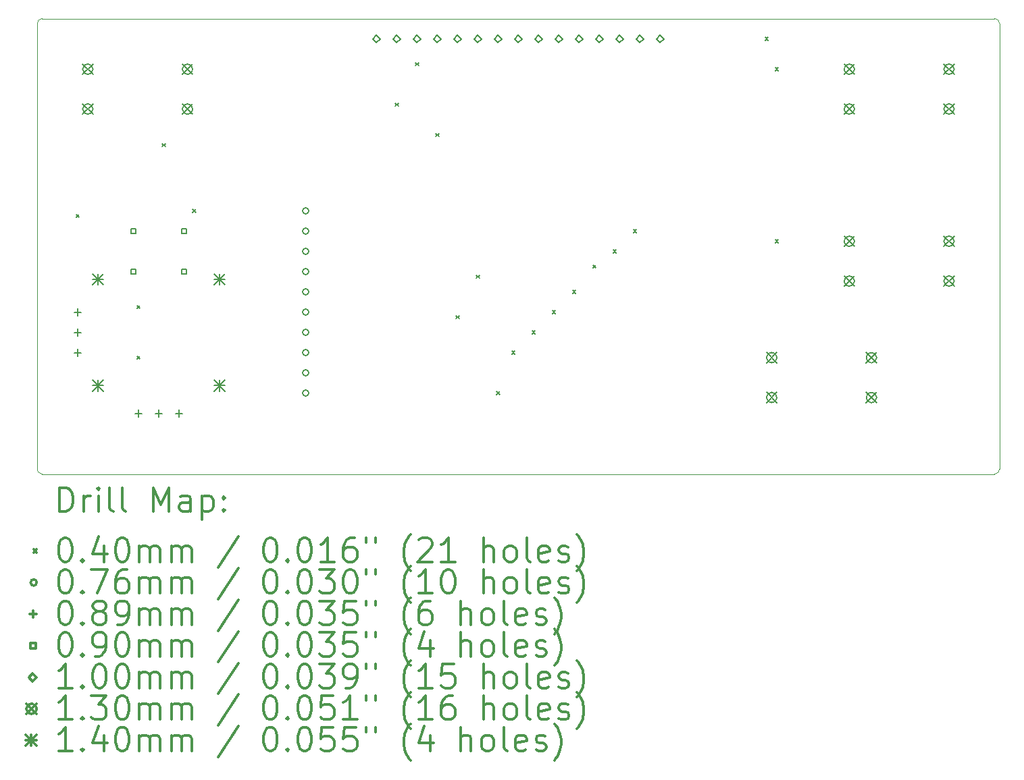
<source format=gbr>
%FSLAX45Y45*%
G04 Gerber Fmt 4.5, Leading zero omitted, Abs format (unit mm)*
G04 Created by KiCad (PCBNEW (5.1.9)-1) date 2022-04-18 12:46:46*
%MOMM*%
%LPD*%
G01*
G04 APERTURE LIST*
%TA.AperFunction,Profile*%
%ADD10C,0.100000*%
%TD*%
%ADD11C,0.200000*%
%ADD12C,0.300000*%
G04 APERTURE END LIST*
D10*
X13398500Y-2222500D02*
G75*
G02*
X13462000Y-2286000I0J-63500D01*
G01*
X13462000Y-7874000D02*
G75*
G02*
X13398500Y-7937500I-63500J0D01*
G01*
X1460500Y-7937500D02*
G75*
G02*
X1397000Y-7874000I0J63500D01*
G01*
X1397000Y-2286000D02*
G75*
G02*
X1460500Y-2222500I63500J0D01*
G01*
X13462000Y-2286000D02*
X13462000Y-7874000D01*
X1460500Y-2222500D02*
X13398500Y-2222500D01*
X1397000Y-7874000D02*
X1397000Y-2286000D01*
X13398500Y-7937500D02*
X1460500Y-7937500D01*
D11*
X1885000Y-4679000D02*
X1925000Y-4719000D01*
X1925000Y-4679000D02*
X1885000Y-4719000D01*
X2647000Y-5822000D02*
X2687000Y-5862000D01*
X2687000Y-5822000D02*
X2647000Y-5862000D01*
X2647000Y-6457000D02*
X2687000Y-6497000D01*
X2687000Y-6457000D02*
X2647000Y-6497000D01*
X2964500Y-3790000D02*
X3004500Y-3830000D01*
X3004500Y-3790000D02*
X2964500Y-3830000D01*
X3345500Y-4615500D02*
X3385500Y-4655500D01*
X3385500Y-4615500D02*
X3345500Y-4655500D01*
X5885500Y-3282000D02*
X5925500Y-3322000D01*
X5925500Y-3282000D02*
X5885500Y-3322000D01*
X6139500Y-2774000D02*
X6179500Y-2814000D01*
X6179500Y-2774000D02*
X6139500Y-2814000D01*
X6393500Y-3663000D02*
X6433500Y-3703000D01*
X6433500Y-3663000D02*
X6393500Y-3703000D01*
X6647500Y-5949000D02*
X6687500Y-5989000D01*
X6687500Y-5949000D02*
X6647500Y-5989000D01*
X6901500Y-5441000D02*
X6941500Y-5481000D01*
X6941500Y-5441000D02*
X6901500Y-5481000D01*
X7155500Y-6901500D02*
X7195500Y-6941500D01*
X7195500Y-6901500D02*
X7155500Y-6941500D01*
X7346000Y-6393500D02*
X7386000Y-6433500D01*
X7386000Y-6393500D02*
X7346000Y-6433500D01*
X7600000Y-6139500D02*
X7640000Y-6179500D01*
X7640000Y-6139500D02*
X7600000Y-6179500D01*
X7854000Y-5885500D02*
X7894000Y-5925500D01*
X7894000Y-5885500D02*
X7854000Y-5925500D01*
X8108000Y-5631500D02*
X8148000Y-5671500D01*
X8148000Y-5631500D02*
X8108000Y-5671500D01*
X8362000Y-5314000D02*
X8402000Y-5354000D01*
X8402000Y-5314000D02*
X8362000Y-5354000D01*
X8616000Y-5123500D02*
X8656000Y-5163500D01*
X8656000Y-5123500D02*
X8616000Y-5163500D01*
X8870000Y-4869500D02*
X8910000Y-4909500D01*
X8910000Y-4869500D02*
X8870000Y-4909500D01*
X10521000Y-2456500D02*
X10561000Y-2496500D01*
X10561000Y-2456500D02*
X10521000Y-2496500D01*
X10648000Y-2837500D02*
X10688000Y-2877500D01*
X10688000Y-2837500D02*
X10648000Y-2877500D01*
X10648000Y-4996500D02*
X10688000Y-5036500D01*
X10688000Y-4996500D02*
X10648000Y-5036500D01*
X4800600Y-4635500D02*
G75*
G03*
X4800600Y-4635500I-38100J0D01*
G01*
X4800600Y-4889500D02*
G75*
G03*
X4800600Y-4889500I-38100J0D01*
G01*
X4800600Y-5143500D02*
G75*
G03*
X4800600Y-5143500I-38100J0D01*
G01*
X4800600Y-5397500D02*
G75*
G03*
X4800600Y-5397500I-38100J0D01*
G01*
X4800600Y-5651500D02*
G75*
G03*
X4800600Y-5651500I-38100J0D01*
G01*
X4800600Y-5905500D02*
G75*
G03*
X4800600Y-5905500I-38100J0D01*
G01*
X4800600Y-6159500D02*
G75*
G03*
X4800600Y-6159500I-38100J0D01*
G01*
X4800600Y-6413500D02*
G75*
G03*
X4800600Y-6413500I-38100J0D01*
G01*
X4800600Y-6667500D02*
G75*
G03*
X4800600Y-6667500I-38100J0D01*
G01*
X4800600Y-6921500D02*
G75*
G03*
X4800600Y-6921500I-38100J0D01*
G01*
X1905000Y-5861050D02*
X1905000Y-5949950D01*
X1860550Y-5905500D02*
X1949450Y-5905500D01*
X1905000Y-6115050D02*
X1905000Y-6203950D01*
X1860550Y-6159500D02*
X1949450Y-6159500D01*
X1905000Y-6369050D02*
X1905000Y-6457950D01*
X1860550Y-6413500D02*
X1949450Y-6413500D01*
X2667000Y-7131050D02*
X2667000Y-7219950D01*
X2622550Y-7175500D02*
X2711450Y-7175500D01*
X2921000Y-7131050D02*
X2921000Y-7219950D01*
X2876550Y-7175500D02*
X2965450Y-7175500D01*
X3175000Y-7131050D02*
X3175000Y-7219950D01*
X3130550Y-7175500D02*
X3219450Y-7175500D01*
X2635320Y-4921320D02*
X2635320Y-4857680D01*
X2571680Y-4857680D01*
X2571680Y-4921320D01*
X2635320Y-4921320D01*
X2635320Y-5429320D02*
X2635320Y-5365680D01*
X2571680Y-5365680D01*
X2571680Y-5429320D01*
X2635320Y-5429320D01*
X3270320Y-4921320D02*
X3270320Y-4857680D01*
X3206680Y-4857680D01*
X3206680Y-4921320D01*
X3270320Y-4921320D01*
X3270320Y-5429320D02*
X3270320Y-5365680D01*
X3206680Y-5365680D01*
X3206680Y-5429320D01*
X3270320Y-5429320D01*
X5651500Y-2526500D02*
X5701500Y-2476500D01*
X5651500Y-2426500D01*
X5601500Y-2476500D01*
X5651500Y-2526500D01*
X5905500Y-2526500D02*
X5955500Y-2476500D01*
X5905500Y-2426500D01*
X5855500Y-2476500D01*
X5905500Y-2526500D01*
X6159500Y-2526500D02*
X6209500Y-2476500D01*
X6159500Y-2426500D01*
X6109500Y-2476500D01*
X6159500Y-2526500D01*
X6413500Y-2526500D02*
X6463500Y-2476500D01*
X6413500Y-2426500D01*
X6363500Y-2476500D01*
X6413500Y-2526500D01*
X6667500Y-2526500D02*
X6717500Y-2476500D01*
X6667500Y-2426500D01*
X6617500Y-2476500D01*
X6667500Y-2526500D01*
X6921500Y-2526500D02*
X6971500Y-2476500D01*
X6921500Y-2426500D01*
X6871500Y-2476500D01*
X6921500Y-2526500D01*
X7175500Y-2526500D02*
X7225500Y-2476500D01*
X7175500Y-2426500D01*
X7125500Y-2476500D01*
X7175500Y-2526500D01*
X7429500Y-2526500D02*
X7479500Y-2476500D01*
X7429500Y-2426500D01*
X7379500Y-2476500D01*
X7429500Y-2526500D01*
X7683500Y-2526500D02*
X7733500Y-2476500D01*
X7683500Y-2426500D01*
X7633500Y-2476500D01*
X7683500Y-2526500D01*
X7937500Y-2526500D02*
X7987500Y-2476500D01*
X7937500Y-2426500D01*
X7887500Y-2476500D01*
X7937500Y-2526500D01*
X8191500Y-2526500D02*
X8241500Y-2476500D01*
X8191500Y-2426500D01*
X8141500Y-2476500D01*
X8191500Y-2526500D01*
X8445500Y-2526500D02*
X8495500Y-2476500D01*
X8445500Y-2426500D01*
X8395500Y-2476500D01*
X8445500Y-2526500D01*
X8699500Y-2526500D02*
X8749500Y-2476500D01*
X8699500Y-2426500D01*
X8649500Y-2476500D01*
X8699500Y-2526500D01*
X8953500Y-2526500D02*
X9003500Y-2476500D01*
X8953500Y-2426500D01*
X8903500Y-2476500D01*
X8953500Y-2526500D01*
X9207500Y-2526500D02*
X9257500Y-2476500D01*
X9207500Y-2426500D01*
X9157500Y-2476500D01*
X9207500Y-2526500D01*
X1967000Y-2792500D02*
X2097000Y-2922500D01*
X2097000Y-2792500D02*
X1967000Y-2922500D01*
X2097000Y-2857500D02*
G75*
G03*
X2097000Y-2857500I-65000J0D01*
G01*
X1967000Y-3292500D02*
X2097000Y-3422500D01*
X2097000Y-3292500D02*
X1967000Y-3422500D01*
X2097000Y-3357500D02*
G75*
G03*
X2097000Y-3357500I-65000J0D01*
G01*
X3217000Y-2792500D02*
X3347000Y-2922500D01*
X3347000Y-2792500D02*
X3217000Y-2922500D01*
X3347000Y-2857500D02*
G75*
G03*
X3347000Y-2857500I-65000J0D01*
G01*
X3217000Y-3292500D02*
X3347000Y-3422500D01*
X3347000Y-3292500D02*
X3217000Y-3422500D01*
X3347000Y-3357500D02*
G75*
G03*
X3347000Y-3357500I-65000J0D01*
G01*
X10539500Y-6412000D02*
X10669500Y-6542000D01*
X10669500Y-6412000D02*
X10539500Y-6542000D01*
X10669500Y-6477000D02*
G75*
G03*
X10669500Y-6477000I-65000J0D01*
G01*
X10539500Y-6912000D02*
X10669500Y-7042000D01*
X10669500Y-6912000D02*
X10539500Y-7042000D01*
X10669500Y-6977000D02*
G75*
G03*
X10669500Y-6977000I-65000J0D01*
G01*
X11512000Y-2792500D02*
X11642000Y-2922500D01*
X11642000Y-2792500D02*
X11512000Y-2922500D01*
X11642000Y-2857500D02*
G75*
G03*
X11642000Y-2857500I-65000J0D01*
G01*
X11512000Y-3292500D02*
X11642000Y-3422500D01*
X11642000Y-3292500D02*
X11512000Y-3422500D01*
X11642000Y-3357500D02*
G75*
G03*
X11642000Y-3357500I-65000J0D01*
G01*
X11512000Y-4951500D02*
X11642000Y-5081500D01*
X11642000Y-4951500D02*
X11512000Y-5081500D01*
X11642000Y-5016500D02*
G75*
G03*
X11642000Y-5016500I-65000J0D01*
G01*
X11512000Y-5451500D02*
X11642000Y-5581500D01*
X11642000Y-5451500D02*
X11512000Y-5581500D01*
X11642000Y-5516500D02*
G75*
G03*
X11642000Y-5516500I-65000J0D01*
G01*
X11789500Y-6412000D02*
X11919500Y-6542000D01*
X11919500Y-6412000D02*
X11789500Y-6542000D01*
X11919500Y-6477000D02*
G75*
G03*
X11919500Y-6477000I-65000J0D01*
G01*
X11789500Y-6912000D02*
X11919500Y-7042000D01*
X11919500Y-6912000D02*
X11789500Y-7042000D01*
X11919500Y-6977000D02*
G75*
G03*
X11919500Y-6977000I-65000J0D01*
G01*
X12762000Y-2792500D02*
X12892000Y-2922500D01*
X12892000Y-2792500D02*
X12762000Y-2922500D01*
X12892000Y-2857500D02*
G75*
G03*
X12892000Y-2857500I-65000J0D01*
G01*
X12762000Y-3292500D02*
X12892000Y-3422500D01*
X12892000Y-3292500D02*
X12762000Y-3422500D01*
X12892000Y-3357500D02*
G75*
G03*
X12892000Y-3357500I-65000J0D01*
G01*
X12762000Y-4951500D02*
X12892000Y-5081500D01*
X12892000Y-4951500D02*
X12762000Y-5081500D01*
X12892000Y-5016500D02*
G75*
G03*
X12892000Y-5016500I-65000J0D01*
G01*
X12762000Y-5451500D02*
X12892000Y-5581500D01*
X12892000Y-5451500D02*
X12762000Y-5581500D01*
X12892000Y-5516500D02*
G75*
G03*
X12892000Y-5516500I-65000J0D01*
G01*
X2089150Y-5422900D02*
X2228850Y-5562600D01*
X2228850Y-5422900D02*
X2089150Y-5562600D01*
X2159000Y-5422900D02*
X2159000Y-5562600D01*
X2089150Y-5492750D02*
X2228850Y-5492750D01*
X2089150Y-6756400D02*
X2228850Y-6896100D01*
X2228850Y-6756400D02*
X2089150Y-6896100D01*
X2159000Y-6756400D02*
X2159000Y-6896100D01*
X2089150Y-6826250D02*
X2228850Y-6826250D01*
X3613150Y-5422900D02*
X3752850Y-5562600D01*
X3752850Y-5422900D02*
X3613150Y-5562600D01*
X3683000Y-5422900D02*
X3683000Y-5562600D01*
X3613150Y-5492750D02*
X3752850Y-5492750D01*
X3613150Y-6756400D02*
X3752850Y-6896100D01*
X3752850Y-6756400D02*
X3613150Y-6896100D01*
X3683000Y-6756400D02*
X3683000Y-6896100D01*
X3613150Y-6826250D02*
X3752850Y-6826250D01*
D12*
X1678428Y-8408214D02*
X1678428Y-8108214D01*
X1749857Y-8108214D01*
X1792714Y-8122500D01*
X1821286Y-8151071D01*
X1835571Y-8179643D01*
X1849857Y-8236786D01*
X1849857Y-8279643D01*
X1835571Y-8336786D01*
X1821286Y-8365357D01*
X1792714Y-8393929D01*
X1749857Y-8408214D01*
X1678428Y-8408214D01*
X1978428Y-8408214D02*
X1978428Y-8208214D01*
X1978428Y-8265357D02*
X1992714Y-8236786D01*
X2007000Y-8222500D01*
X2035571Y-8208214D01*
X2064143Y-8208214D01*
X2164143Y-8408214D02*
X2164143Y-8208214D01*
X2164143Y-8108214D02*
X2149857Y-8122500D01*
X2164143Y-8136786D01*
X2178428Y-8122500D01*
X2164143Y-8108214D01*
X2164143Y-8136786D01*
X2349857Y-8408214D02*
X2321286Y-8393929D01*
X2307000Y-8365357D01*
X2307000Y-8108214D01*
X2507000Y-8408214D02*
X2478428Y-8393929D01*
X2464143Y-8365357D01*
X2464143Y-8108214D01*
X2849857Y-8408214D02*
X2849857Y-8108214D01*
X2949857Y-8322500D01*
X3049857Y-8108214D01*
X3049857Y-8408214D01*
X3321286Y-8408214D02*
X3321286Y-8251071D01*
X3307000Y-8222500D01*
X3278428Y-8208214D01*
X3221286Y-8208214D01*
X3192714Y-8222500D01*
X3321286Y-8393929D02*
X3292714Y-8408214D01*
X3221286Y-8408214D01*
X3192714Y-8393929D01*
X3178428Y-8365357D01*
X3178428Y-8336786D01*
X3192714Y-8308214D01*
X3221286Y-8293929D01*
X3292714Y-8293929D01*
X3321286Y-8279643D01*
X3464143Y-8208214D02*
X3464143Y-8508214D01*
X3464143Y-8222500D02*
X3492714Y-8208214D01*
X3549857Y-8208214D01*
X3578428Y-8222500D01*
X3592714Y-8236786D01*
X3607000Y-8265357D01*
X3607000Y-8351071D01*
X3592714Y-8379643D01*
X3578428Y-8393929D01*
X3549857Y-8408214D01*
X3492714Y-8408214D01*
X3464143Y-8393929D01*
X3735571Y-8379643D02*
X3749857Y-8393929D01*
X3735571Y-8408214D01*
X3721286Y-8393929D01*
X3735571Y-8379643D01*
X3735571Y-8408214D01*
X3735571Y-8222500D02*
X3749857Y-8236786D01*
X3735571Y-8251071D01*
X3721286Y-8236786D01*
X3735571Y-8222500D01*
X3735571Y-8251071D01*
X1352000Y-8882500D02*
X1392000Y-8922500D01*
X1392000Y-8882500D02*
X1352000Y-8922500D01*
X1735571Y-8738214D02*
X1764143Y-8738214D01*
X1792714Y-8752500D01*
X1807000Y-8766786D01*
X1821286Y-8795357D01*
X1835571Y-8852500D01*
X1835571Y-8923929D01*
X1821286Y-8981072D01*
X1807000Y-9009643D01*
X1792714Y-9023929D01*
X1764143Y-9038214D01*
X1735571Y-9038214D01*
X1707000Y-9023929D01*
X1692714Y-9009643D01*
X1678428Y-8981072D01*
X1664143Y-8923929D01*
X1664143Y-8852500D01*
X1678428Y-8795357D01*
X1692714Y-8766786D01*
X1707000Y-8752500D01*
X1735571Y-8738214D01*
X1964143Y-9009643D02*
X1978428Y-9023929D01*
X1964143Y-9038214D01*
X1949857Y-9023929D01*
X1964143Y-9009643D01*
X1964143Y-9038214D01*
X2235571Y-8838214D02*
X2235571Y-9038214D01*
X2164143Y-8723929D02*
X2092714Y-8938214D01*
X2278428Y-8938214D01*
X2449857Y-8738214D02*
X2478428Y-8738214D01*
X2507000Y-8752500D01*
X2521286Y-8766786D01*
X2535571Y-8795357D01*
X2549857Y-8852500D01*
X2549857Y-8923929D01*
X2535571Y-8981072D01*
X2521286Y-9009643D01*
X2507000Y-9023929D01*
X2478428Y-9038214D01*
X2449857Y-9038214D01*
X2421286Y-9023929D01*
X2407000Y-9009643D01*
X2392714Y-8981072D01*
X2378428Y-8923929D01*
X2378428Y-8852500D01*
X2392714Y-8795357D01*
X2407000Y-8766786D01*
X2421286Y-8752500D01*
X2449857Y-8738214D01*
X2678428Y-9038214D02*
X2678428Y-8838214D01*
X2678428Y-8866786D02*
X2692714Y-8852500D01*
X2721286Y-8838214D01*
X2764143Y-8838214D01*
X2792714Y-8852500D01*
X2807000Y-8881072D01*
X2807000Y-9038214D01*
X2807000Y-8881072D02*
X2821286Y-8852500D01*
X2849857Y-8838214D01*
X2892714Y-8838214D01*
X2921286Y-8852500D01*
X2935571Y-8881072D01*
X2935571Y-9038214D01*
X3078428Y-9038214D02*
X3078428Y-8838214D01*
X3078428Y-8866786D02*
X3092714Y-8852500D01*
X3121286Y-8838214D01*
X3164143Y-8838214D01*
X3192714Y-8852500D01*
X3207000Y-8881072D01*
X3207000Y-9038214D01*
X3207000Y-8881072D02*
X3221286Y-8852500D01*
X3249857Y-8838214D01*
X3292714Y-8838214D01*
X3321286Y-8852500D01*
X3335571Y-8881072D01*
X3335571Y-9038214D01*
X3921286Y-8723929D02*
X3664143Y-9109643D01*
X4307000Y-8738214D02*
X4335571Y-8738214D01*
X4364143Y-8752500D01*
X4378428Y-8766786D01*
X4392714Y-8795357D01*
X4407000Y-8852500D01*
X4407000Y-8923929D01*
X4392714Y-8981072D01*
X4378428Y-9009643D01*
X4364143Y-9023929D01*
X4335571Y-9038214D01*
X4307000Y-9038214D01*
X4278428Y-9023929D01*
X4264143Y-9009643D01*
X4249857Y-8981072D01*
X4235571Y-8923929D01*
X4235571Y-8852500D01*
X4249857Y-8795357D01*
X4264143Y-8766786D01*
X4278428Y-8752500D01*
X4307000Y-8738214D01*
X4535571Y-9009643D02*
X4549857Y-9023929D01*
X4535571Y-9038214D01*
X4521286Y-9023929D01*
X4535571Y-9009643D01*
X4535571Y-9038214D01*
X4735571Y-8738214D02*
X4764143Y-8738214D01*
X4792714Y-8752500D01*
X4807000Y-8766786D01*
X4821286Y-8795357D01*
X4835571Y-8852500D01*
X4835571Y-8923929D01*
X4821286Y-8981072D01*
X4807000Y-9009643D01*
X4792714Y-9023929D01*
X4764143Y-9038214D01*
X4735571Y-9038214D01*
X4707000Y-9023929D01*
X4692714Y-9009643D01*
X4678428Y-8981072D01*
X4664143Y-8923929D01*
X4664143Y-8852500D01*
X4678428Y-8795357D01*
X4692714Y-8766786D01*
X4707000Y-8752500D01*
X4735571Y-8738214D01*
X5121286Y-9038214D02*
X4949857Y-9038214D01*
X5035571Y-9038214D02*
X5035571Y-8738214D01*
X5007000Y-8781072D01*
X4978428Y-8809643D01*
X4949857Y-8823929D01*
X5378428Y-8738214D02*
X5321286Y-8738214D01*
X5292714Y-8752500D01*
X5278428Y-8766786D01*
X5249857Y-8809643D01*
X5235571Y-8866786D01*
X5235571Y-8981072D01*
X5249857Y-9009643D01*
X5264143Y-9023929D01*
X5292714Y-9038214D01*
X5349857Y-9038214D01*
X5378428Y-9023929D01*
X5392714Y-9009643D01*
X5407000Y-8981072D01*
X5407000Y-8909643D01*
X5392714Y-8881072D01*
X5378428Y-8866786D01*
X5349857Y-8852500D01*
X5292714Y-8852500D01*
X5264143Y-8866786D01*
X5249857Y-8881072D01*
X5235571Y-8909643D01*
X5521286Y-8738214D02*
X5521286Y-8795357D01*
X5635571Y-8738214D02*
X5635571Y-8795357D01*
X6078428Y-9152500D02*
X6064143Y-9138214D01*
X6035571Y-9095357D01*
X6021286Y-9066786D01*
X6007000Y-9023929D01*
X5992714Y-8952500D01*
X5992714Y-8895357D01*
X6007000Y-8823929D01*
X6021286Y-8781072D01*
X6035571Y-8752500D01*
X6064143Y-8709643D01*
X6078428Y-8695357D01*
X6178428Y-8766786D02*
X6192714Y-8752500D01*
X6221286Y-8738214D01*
X6292714Y-8738214D01*
X6321286Y-8752500D01*
X6335571Y-8766786D01*
X6349857Y-8795357D01*
X6349857Y-8823929D01*
X6335571Y-8866786D01*
X6164143Y-9038214D01*
X6349857Y-9038214D01*
X6635571Y-9038214D02*
X6464143Y-9038214D01*
X6549857Y-9038214D02*
X6549857Y-8738214D01*
X6521286Y-8781072D01*
X6492714Y-8809643D01*
X6464143Y-8823929D01*
X6992714Y-9038214D02*
X6992714Y-8738214D01*
X7121286Y-9038214D02*
X7121286Y-8881072D01*
X7107000Y-8852500D01*
X7078428Y-8838214D01*
X7035571Y-8838214D01*
X7007000Y-8852500D01*
X6992714Y-8866786D01*
X7307000Y-9038214D02*
X7278428Y-9023929D01*
X7264143Y-9009643D01*
X7249857Y-8981072D01*
X7249857Y-8895357D01*
X7264143Y-8866786D01*
X7278428Y-8852500D01*
X7307000Y-8838214D01*
X7349857Y-8838214D01*
X7378428Y-8852500D01*
X7392714Y-8866786D01*
X7407000Y-8895357D01*
X7407000Y-8981072D01*
X7392714Y-9009643D01*
X7378428Y-9023929D01*
X7349857Y-9038214D01*
X7307000Y-9038214D01*
X7578428Y-9038214D02*
X7549857Y-9023929D01*
X7535571Y-8995357D01*
X7535571Y-8738214D01*
X7807000Y-9023929D02*
X7778428Y-9038214D01*
X7721286Y-9038214D01*
X7692714Y-9023929D01*
X7678428Y-8995357D01*
X7678428Y-8881072D01*
X7692714Y-8852500D01*
X7721286Y-8838214D01*
X7778428Y-8838214D01*
X7807000Y-8852500D01*
X7821286Y-8881072D01*
X7821286Y-8909643D01*
X7678428Y-8938214D01*
X7935571Y-9023929D02*
X7964143Y-9038214D01*
X8021286Y-9038214D01*
X8049857Y-9023929D01*
X8064143Y-8995357D01*
X8064143Y-8981072D01*
X8049857Y-8952500D01*
X8021286Y-8938214D01*
X7978428Y-8938214D01*
X7949857Y-8923929D01*
X7935571Y-8895357D01*
X7935571Y-8881072D01*
X7949857Y-8852500D01*
X7978428Y-8838214D01*
X8021286Y-8838214D01*
X8049857Y-8852500D01*
X8164143Y-9152500D02*
X8178428Y-9138214D01*
X8207000Y-9095357D01*
X8221286Y-9066786D01*
X8235571Y-9023929D01*
X8249857Y-8952500D01*
X8249857Y-8895357D01*
X8235571Y-8823929D01*
X8221286Y-8781072D01*
X8207000Y-8752500D01*
X8178428Y-8709643D01*
X8164143Y-8695357D01*
X1392000Y-9298500D02*
G75*
G03*
X1392000Y-9298500I-38100J0D01*
G01*
X1735571Y-9134214D02*
X1764143Y-9134214D01*
X1792714Y-9148500D01*
X1807000Y-9162786D01*
X1821286Y-9191357D01*
X1835571Y-9248500D01*
X1835571Y-9319929D01*
X1821286Y-9377072D01*
X1807000Y-9405643D01*
X1792714Y-9419929D01*
X1764143Y-9434214D01*
X1735571Y-9434214D01*
X1707000Y-9419929D01*
X1692714Y-9405643D01*
X1678428Y-9377072D01*
X1664143Y-9319929D01*
X1664143Y-9248500D01*
X1678428Y-9191357D01*
X1692714Y-9162786D01*
X1707000Y-9148500D01*
X1735571Y-9134214D01*
X1964143Y-9405643D02*
X1978428Y-9419929D01*
X1964143Y-9434214D01*
X1949857Y-9419929D01*
X1964143Y-9405643D01*
X1964143Y-9434214D01*
X2078428Y-9134214D02*
X2278428Y-9134214D01*
X2149857Y-9434214D01*
X2521286Y-9134214D02*
X2464143Y-9134214D01*
X2435571Y-9148500D01*
X2421286Y-9162786D01*
X2392714Y-9205643D01*
X2378428Y-9262786D01*
X2378428Y-9377072D01*
X2392714Y-9405643D01*
X2407000Y-9419929D01*
X2435571Y-9434214D01*
X2492714Y-9434214D01*
X2521286Y-9419929D01*
X2535571Y-9405643D01*
X2549857Y-9377072D01*
X2549857Y-9305643D01*
X2535571Y-9277072D01*
X2521286Y-9262786D01*
X2492714Y-9248500D01*
X2435571Y-9248500D01*
X2407000Y-9262786D01*
X2392714Y-9277072D01*
X2378428Y-9305643D01*
X2678428Y-9434214D02*
X2678428Y-9234214D01*
X2678428Y-9262786D02*
X2692714Y-9248500D01*
X2721286Y-9234214D01*
X2764143Y-9234214D01*
X2792714Y-9248500D01*
X2807000Y-9277072D01*
X2807000Y-9434214D01*
X2807000Y-9277072D02*
X2821286Y-9248500D01*
X2849857Y-9234214D01*
X2892714Y-9234214D01*
X2921286Y-9248500D01*
X2935571Y-9277072D01*
X2935571Y-9434214D01*
X3078428Y-9434214D02*
X3078428Y-9234214D01*
X3078428Y-9262786D02*
X3092714Y-9248500D01*
X3121286Y-9234214D01*
X3164143Y-9234214D01*
X3192714Y-9248500D01*
X3207000Y-9277072D01*
X3207000Y-9434214D01*
X3207000Y-9277072D02*
X3221286Y-9248500D01*
X3249857Y-9234214D01*
X3292714Y-9234214D01*
X3321286Y-9248500D01*
X3335571Y-9277072D01*
X3335571Y-9434214D01*
X3921286Y-9119929D02*
X3664143Y-9505643D01*
X4307000Y-9134214D02*
X4335571Y-9134214D01*
X4364143Y-9148500D01*
X4378428Y-9162786D01*
X4392714Y-9191357D01*
X4407000Y-9248500D01*
X4407000Y-9319929D01*
X4392714Y-9377072D01*
X4378428Y-9405643D01*
X4364143Y-9419929D01*
X4335571Y-9434214D01*
X4307000Y-9434214D01*
X4278428Y-9419929D01*
X4264143Y-9405643D01*
X4249857Y-9377072D01*
X4235571Y-9319929D01*
X4235571Y-9248500D01*
X4249857Y-9191357D01*
X4264143Y-9162786D01*
X4278428Y-9148500D01*
X4307000Y-9134214D01*
X4535571Y-9405643D02*
X4549857Y-9419929D01*
X4535571Y-9434214D01*
X4521286Y-9419929D01*
X4535571Y-9405643D01*
X4535571Y-9434214D01*
X4735571Y-9134214D02*
X4764143Y-9134214D01*
X4792714Y-9148500D01*
X4807000Y-9162786D01*
X4821286Y-9191357D01*
X4835571Y-9248500D01*
X4835571Y-9319929D01*
X4821286Y-9377072D01*
X4807000Y-9405643D01*
X4792714Y-9419929D01*
X4764143Y-9434214D01*
X4735571Y-9434214D01*
X4707000Y-9419929D01*
X4692714Y-9405643D01*
X4678428Y-9377072D01*
X4664143Y-9319929D01*
X4664143Y-9248500D01*
X4678428Y-9191357D01*
X4692714Y-9162786D01*
X4707000Y-9148500D01*
X4735571Y-9134214D01*
X4935571Y-9134214D02*
X5121286Y-9134214D01*
X5021286Y-9248500D01*
X5064143Y-9248500D01*
X5092714Y-9262786D01*
X5107000Y-9277072D01*
X5121286Y-9305643D01*
X5121286Y-9377072D01*
X5107000Y-9405643D01*
X5092714Y-9419929D01*
X5064143Y-9434214D01*
X4978428Y-9434214D01*
X4949857Y-9419929D01*
X4935571Y-9405643D01*
X5307000Y-9134214D02*
X5335571Y-9134214D01*
X5364143Y-9148500D01*
X5378428Y-9162786D01*
X5392714Y-9191357D01*
X5407000Y-9248500D01*
X5407000Y-9319929D01*
X5392714Y-9377072D01*
X5378428Y-9405643D01*
X5364143Y-9419929D01*
X5335571Y-9434214D01*
X5307000Y-9434214D01*
X5278428Y-9419929D01*
X5264143Y-9405643D01*
X5249857Y-9377072D01*
X5235571Y-9319929D01*
X5235571Y-9248500D01*
X5249857Y-9191357D01*
X5264143Y-9162786D01*
X5278428Y-9148500D01*
X5307000Y-9134214D01*
X5521286Y-9134214D02*
X5521286Y-9191357D01*
X5635571Y-9134214D02*
X5635571Y-9191357D01*
X6078428Y-9548500D02*
X6064143Y-9534214D01*
X6035571Y-9491357D01*
X6021286Y-9462786D01*
X6007000Y-9419929D01*
X5992714Y-9348500D01*
X5992714Y-9291357D01*
X6007000Y-9219929D01*
X6021286Y-9177072D01*
X6035571Y-9148500D01*
X6064143Y-9105643D01*
X6078428Y-9091357D01*
X6349857Y-9434214D02*
X6178428Y-9434214D01*
X6264143Y-9434214D02*
X6264143Y-9134214D01*
X6235571Y-9177072D01*
X6207000Y-9205643D01*
X6178428Y-9219929D01*
X6535571Y-9134214D02*
X6564143Y-9134214D01*
X6592714Y-9148500D01*
X6607000Y-9162786D01*
X6621286Y-9191357D01*
X6635571Y-9248500D01*
X6635571Y-9319929D01*
X6621286Y-9377072D01*
X6607000Y-9405643D01*
X6592714Y-9419929D01*
X6564143Y-9434214D01*
X6535571Y-9434214D01*
X6507000Y-9419929D01*
X6492714Y-9405643D01*
X6478428Y-9377072D01*
X6464143Y-9319929D01*
X6464143Y-9248500D01*
X6478428Y-9191357D01*
X6492714Y-9162786D01*
X6507000Y-9148500D01*
X6535571Y-9134214D01*
X6992714Y-9434214D02*
X6992714Y-9134214D01*
X7121286Y-9434214D02*
X7121286Y-9277072D01*
X7107000Y-9248500D01*
X7078428Y-9234214D01*
X7035571Y-9234214D01*
X7007000Y-9248500D01*
X6992714Y-9262786D01*
X7307000Y-9434214D02*
X7278428Y-9419929D01*
X7264143Y-9405643D01*
X7249857Y-9377072D01*
X7249857Y-9291357D01*
X7264143Y-9262786D01*
X7278428Y-9248500D01*
X7307000Y-9234214D01*
X7349857Y-9234214D01*
X7378428Y-9248500D01*
X7392714Y-9262786D01*
X7407000Y-9291357D01*
X7407000Y-9377072D01*
X7392714Y-9405643D01*
X7378428Y-9419929D01*
X7349857Y-9434214D01*
X7307000Y-9434214D01*
X7578428Y-9434214D02*
X7549857Y-9419929D01*
X7535571Y-9391357D01*
X7535571Y-9134214D01*
X7807000Y-9419929D02*
X7778428Y-9434214D01*
X7721286Y-9434214D01*
X7692714Y-9419929D01*
X7678428Y-9391357D01*
X7678428Y-9277072D01*
X7692714Y-9248500D01*
X7721286Y-9234214D01*
X7778428Y-9234214D01*
X7807000Y-9248500D01*
X7821286Y-9277072D01*
X7821286Y-9305643D01*
X7678428Y-9334214D01*
X7935571Y-9419929D02*
X7964143Y-9434214D01*
X8021286Y-9434214D01*
X8049857Y-9419929D01*
X8064143Y-9391357D01*
X8064143Y-9377072D01*
X8049857Y-9348500D01*
X8021286Y-9334214D01*
X7978428Y-9334214D01*
X7949857Y-9319929D01*
X7935571Y-9291357D01*
X7935571Y-9277072D01*
X7949857Y-9248500D01*
X7978428Y-9234214D01*
X8021286Y-9234214D01*
X8049857Y-9248500D01*
X8164143Y-9548500D02*
X8178428Y-9534214D01*
X8207000Y-9491357D01*
X8221286Y-9462786D01*
X8235571Y-9419929D01*
X8249857Y-9348500D01*
X8249857Y-9291357D01*
X8235571Y-9219929D01*
X8221286Y-9177072D01*
X8207000Y-9148500D01*
X8178428Y-9105643D01*
X8164143Y-9091357D01*
X1347550Y-9650050D02*
X1347550Y-9738950D01*
X1303100Y-9694500D02*
X1392000Y-9694500D01*
X1735571Y-9530214D02*
X1764143Y-9530214D01*
X1792714Y-9544500D01*
X1807000Y-9558786D01*
X1821286Y-9587357D01*
X1835571Y-9644500D01*
X1835571Y-9715929D01*
X1821286Y-9773072D01*
X1807000Y-9801643D01*
X1792714Y-9815929D01*
X1764143Y-9830214D01*
X1735571Y-9830214D01*
X1707000Y-9815929D01*
X1692714Y-9801643D01*
X1678428Y-9773072D01*
X1664143Y-9715929D01*
X1664143Y-9644500D01*
X1678428Y-9587357D01*
X1692714Y-9558786D01*
X1707000Y-9544500D01*
X1735571Y-9530214D01*
X1964143Y-9801643D02*
X1978428Y-9815929D01*
X1964143Y-9830214D01*
X1949857Y-9815929D01*
X1964143Y-9801643D01*
X1964143Y-9830214D01*
X2149857Y-9658786D02*
X2121286Y-9644500D01*
X2107000Y-9630214D01*
X2092714Y-9601643D01*
X2092714Y-9587357D01*
X2107000Y-9558786D01*
X2121286Y-9544500D01*
X2149857Y-9530214D01*
X2207000Y-9530214D01*
X2235571Y-9544500D01*
X2249857Y-9558786D01*
X2264143Y-9587357D01*
X2264143Y-9601643D01*
X2249857Y-9630214D01*
X2235571Y-9644500D01*
X2207000Y-9658786D01*
X2149857Y-9658786D01*
X2121286Y-9673072D01*
X2107000Y-9687357D01*
X2092714Y-9715929D01*
X2092714Y-9773072D01*
X2107000Y-9801643D01*
X2121286Y-9815929D01*
X2149857Y-9830214D01*
X2207000Y-9830214D01*
X2235571Y-9815929D01*
X2249857Y-9801643D01*
X2264143Y-9773072D01*
X2264143Y-9715929D01*
X2249857Y-9687357D01*
X2235571Y-9673072D01*
X2207000Y-9658786D01*
X2407000Y-9830214D02*
X2464143Y-9830214D01*
X2492714Y-9815929D01*
X2507000Y-9801643D01*
X2535571Y-9758786D01*
X2549857Y-9701643D01*
X2549857Y-9587357D01*
X2535571Y-9558786D01*
X2521286Y-9544500D01*
X2492714Y-9530214D01*
X2435571Y-9530214D01*
X2407000Y-9544500D01*
X2392714Y-9558786D01*
X2378428Y-9587357D01*
X2378428Y-9658786D01*
X2392714Y-9687357D01*
X2407000Y-9701643D01*
X2435571Y-9715929D01*
X2492714Y-9715929D01*
X2521286Y-9701643D01*
X2535571Y-9687357D01*
X2549857Y-9658786D01*
X2678428Y-9830214D02*
X2678428Y-9630214D01*
X2678428Y-9658786D02*
X2692714Y-9644500D01*
X2721286Y-9630214D01*
X2764143Y-9630214D01*
X2792714Y-9644500D01*
X2807000Y-9673072D01*
X2807000Y-9830214D01*
X2807000Y-9673072D02*
X2821286Y-9644500D01*
X2849857Y-9630214D01*
X2892714Y-9630214D01*
X2921286Y-9644500D01*
X2935571Y-9673072D01*
X2935571Y-9830214D01*
X3078428Y-9830214D02*
X3078428Y-9630214D01*
X3078428Y-9658786D02*
X3092714Y-9644500D01*
X3121286Y-9630214D01*
X3164143Y-9630214D01*
X3192714Y-9644500D01*
X3207000Y-9673072D01*
X3207000Y-9830214D01*
X3207000Y-9673072D02*
X3221286Y-9644500D01*
X3249857Y-9630214D01*
X3292714Y-9630214D01*
X3321286Y-9644500D01*
X3335571Y-9673072D01*
X3335571Y-9830214D01*
X3921286Y-9515929D02*
X3664143Y-9901643D01*
X4307000Y-9530214D02*
X4335571Y-9530214D01*
X4364143Y-9544500D01*
X4378428Y-9558786D01*
X4392714Y-9587357D01*
X4407000Y-9644500D01*
X4407000Y-9715929D01*
X4392714Y-9773072D01*
X4378428Y-9801643D01*
X4364143Y-9815929D01*
X4335571Y-9830214D01*
X4307000Y-9830214D01*
X4278428Y-9815929D01*
X4264143Y-9801643D01*
X4249857Y-9773072D01*
X4235571Y-9715929D01*
X4235571Y-9644500D01*
X4249857Y-9587357D01*
X4264143Y-9558786D01*
X4278428Y-9544500D01*
X4307000Y-9530214D01*
X4535571Y-9801643D02*
X4549857Y-9815929D01*
X4535571Y-9830214D01*
X4521286Y-9815929D01*
X4535571Y-9801643D01*
X4535571Y-9830214D01*
X4735571Y-9530214D02*
X4764143Y-9530214D01*
X4792714Y-9544500D01*
X4807000Y-9558786D01*
X4821286Y-9587357D01*
X4835571Y-9644500D01*
X4835571Y-9715929D01*
X4821286Y-9773072D01*
X4807000Y-9801643D01*
X4792714Y-9815929D01*
X4764143Y-9830214D01*
X4735571Y-9830214D01*
X4707000Y-9815929D01*
X4692714Y-9801643D01*
X4678428Y-9773072D01*
X4664143Y-9715929D01*
X4664143Y-9644500D01*
X4678428Y-9587357D01*
X4692714Y-9558786D01*
X4707000Y-9544500D01*
X4735571Y-9530214D01*
X4935571Y-9530214D02*
X5121286Y-9530214D01*
X5021286Y-9644500D01*
X5064143Y-9644500D01*
X5092714Y-9658786D01*
X5107000Y-9673072D01*
X5121286Y-9701643D01*
X5121286Y-9773072D01*
X5107000Y-9801643D01*
X5092714Y-9815929D01*
X5064143Y-9830214D01*
X4978428Y-9830214D01*
X4949857Y-9815929D01*
X4935571Y-9801643D01*
X5392714Y-9530214D02*
X5249857Y-9530214D01*
X5235571Y-9673072D01*
X5249857Y-9658786D01*
X5278428Y-9644500D01*
X5349857Y-9644500D01*
X5378428Y-9658786D01*
X5392714Y-9673072D01*
X5407000Y-9701643D01*
X5407000Y-9773072D01*
X5392714Y-9801643D01*
X5378428Y-9815929D01*
X5349857Y-9830214D01*
X5278428Y-9830214D01*
X5249857Y-9815929D01*
X5235571Y-9801643D01*
X5521286Y-9530214D02*
X5521286Y-9587357D01*
X5635571Y-9530214D02*
X5635571Y-9587357D01*
X6078428Y-9944500D02*
X6064143Y-9930214D01*
X6035571Y-9887357D01*
X6021286Y-9858786D01*
X6007000Y-9815929D01*
X5992714Y-9744500D01*
X5992714Y-9687357D01*
X6007000Y-9615929D01*
X6021286Y-9573072D01*
X6035571Y-9544500D01*
X6064143Y-9501643D01*
X6078428Y-9487357D01*
X6321286Y-9530214D02*
X6264143Y-9530214D01*
X6235571Y-9544500D01*
X6221286Y-9558786D01*
X6192714Y-9601643D01*
X6178428Y-9658786D01*
X6178428Y-9773072D01*
X6192714Y-9801643D01*
X6207000Y-9815929D01*
X6235571Y-9830214D01*
X6292714Y-9830214D01*
X6321286Y-9815929D01*
X6335571Y-9801643D01*
X6349857Y-9773072D01*
X6349857Y-9701643D01*
X6335571Y-9673072D01*
X6321286Y-9658786D01*
X6292714Y-9644500D01*
X6235571Y-9644500D01*
X6207000Y-9658786D01*
X6192714Y-9673072D01*
X6178428Y-9701643D01*
X6707000Y-9830214D02*
X6707000Y-9530214D01*
X6835571Y-9830214D02*
X6835571Y-9673072D01*
X6821286Y-9644500D01*
X6792714Y-9630214D01*
X6749857Y-9630214D01*
X6721286Y-9644500D01*
X6707000Y-9658786D01*
X7021286Y-9830214D02*
X6992714Y-9815929D01*
X6978428Y-9801643D01*
X6964143Y-9773072D01*
X6964143Y-9687357D01*
X6978428Y-9658786D01*
X6992714Y-9644500D01*
X7021286Y-9630214D01*
X7064143Y-9630214D01*
X7092714Y-9644500D01*
X7107000Y-9658786D01*
X7121286Y-9687357D01*
X7121286Y-9773072D01*
X7107000Y-9801643D01*
X7092714Y-9815929D01*
X7064143Y-9830214D01*
X7021286Y-9830214D01*
X7292714Y-9830214D02*
X7264143Y-9815929D01*
X7249857Y-9787357D01*
X7249857Y-9530214D01*
X7521286Y-9815929D02*
X7492714Y-9830214D01*
X7435571Y-9830214D01*
X7407000Y-9815929D01*
X7392714Y-9787357D01*
X7392714Y-9673072D01*
X7407000Y-9644500D01*
X7435571Y-9630214D01*
X7492714Y-9630214D01*
X7521286Y-9644500D01*
X7535571Y-9673072D01*
X7535571Y-9701643D01*
X7392714Y-9730214D01*
X7649857Y-9815929D02*
X7678428Y-9830214D01*
X7735571Y-9830214D01*
X7764143Y-9815929D01*
X7778428Y-9787357D01*
X7778428Y-9773072D01*
X7764143Y-9744500D01*
X7735571Y-9730214D01*
X7692714Y-9730214D01*
X7664143Y-9715929D01*
X7649857Y-9687357D01*
X7649857Y-9673072D01*
X7664143Y-9644500D01*
X7692714Y-9630214D01*
X7735571Y-9630214D01*
X7764143Y-9644500D01*
X7878428Y-9944500D02*
X7892714Y-9930214D01*
X7921286Y-9887357D01*
X7935571Y-9858786D01*
X7949857Y-9815929D01*
X7964143Y-9744500D01*
X7964143Y-9687357D01*
X7949857Y-9615929D01*
X7935571Y-9573072D01*
X7921286Y-9544500D01*
X7892714Y-9501643D01*
X7878428Y-9487357D01*
X1378820Y-10122320D02*
X1378820Y-10058680D01*
X1315180Y-10058680D01*
X1315180Y-10122320D01*
X1378820Y-10122320D01*
X1735571Y-9926214D02*
X1764143Y-9926214D01*
X1792714Y-9940500D01*
X1807000Y-9954786D01*
X1821286Y-9983357D01*
X1835571Y-10040500D01*
X1835571Y-10111929D01*
X1821286Y-10169072D01*
X1807000Y-10197643D01*
X1792714Y-10211929D01*
X1764143Y-10226214D01*
X1735571Y-10226214D01*
X1707000Y-10211929D01*
X1692714Y-10197643D01*
X1678428Y-10169072D01*
X1664143Y-10111929D01*
X1664143Y-10040500D01*
X1678428Y-9983357D01*
X1692714Y-9954786D01*
X1707000Y-9940500D01*
X1735571Y-9926214D01*
X1964143Y-10197643D02*
X1978428Y-10211929D01*
X1964143Y-10226214D01*
X1949857Y-10211929D01*
X1964143Y-10197643D01*
X1964143Y-10226214D01*
X2121286Y-10226214D02*
X2178428Y-10226214D01*
X2207000Y-10211929D01*
X2221286Y-10197643D01*
X2249857Y-10154786D01*
X2264143Y-10097643D01*
X2264143Y-9983357D01*
X2249857Y-9954786D01*
X2235571Y-9940500D01*
X2207000Y-9926214D01*
X2149857Y-9926214D01*
X2121286Y-9940500D01*
X2107000Y-9954786D01*
X2092714Y-9983357D01*
X2092714Y-10054786D01*
X2107000Y-10083357D01*
X2121286Y-10097643D01*
X2149857Y-10111929D01*
X2207000Y-10111929D01*
X2235571Y-10097643D01*
X2249857Y-10083357D01*
X2264143Y-10054786D01*
X2449857Y-9926214D02*
X2478428Y-9926214D01*
X2507000Y-9940500D01*
X2521286Y-9954786D01*
X2535571Y-9983357D01*
X2549857Y-10040500D01*
X2549857Y-10111929D01*
X2535571Y-10169072D01*
X2521286Y-10197643D01*
X2507000Y-10211929D01*
X2478428Y-10226214D01*
X2449857Y-10226214D01*
X2421286Y-10211929D01*
X2407000Y-10197643D01*
X2392714Y-10169072D01*
X2378428Y-10111929D01*
X2378428Y-10040500D01*
X2392714Y-9983357D01*
X2407000Y-9954786D01*
X2421286Y-9940500D01*
X2449857Y-9926214D01*
X2678428Y-10226214D02*
X2678428Y-10026214D01*
X2678428Y-10054786D02*
X2692714Y-10040500D01*
X2721286Y-10026214D01*
X2764143Y-10026214D01*
X2792714Y-10040500D01*
X2807000Y-10069072D01*
X2807000Y-10226214D01*
X2807000Y-10069072D02*
X2821286Y-10040500D01*
X2849857Y-10026214D01*
X2892714Y-10026214D01*
X2921286Y-10040500D01*
X2935571Y-10069072D01*
X2935571Y-10226214D01*
X3078428Y-10226214D02*
X3078428Y-10026214D01*
X3078428Y-10054786D02*
X3092714Y-10040500D01*
X3121286Y-10026214D01*
X3164143Y-10026214D01*
X3192714Y-10040500D01*
X3207000Y-10069072D01*
X3207000Y-10226214D01*
X3207000Y-10069072D02*
X3221286Y-10040500D01*
X3249857Y-10026214D01*
X3292714Y-10026214D01*
X3321286Y-10040500D01*
X3335571Y-10069072D01*
X3335571Y-10226214D01*
X3921286Y-9911929D02*
X3664143Y-10297643D01*
X4307000Y-9926214D02*
X4335571Y-9926214D01*
X4364143Y-9940500D01*
X4378428Y-9954786D01*
X4392714Y-9983357D01*
X4407000Y-10040500D01*
X4407000Y-10111929D01*
X4392714Y-10169072D01*
X4378428Y-10197643D01*
X4364143Y-10211929D01*
X4335571Y-10226214D01*
X4307000Y-10226214D01*
X4278428Y-10211929D01*
X4264143Y-10197643D01*
X4249857Y-10169072D01*
X4235571Y-10111929D01*
X4235571Y-10040500D01*
X4249857Y-9983357D01*
X4264143Y-9954786D01*
X4278428Y-9940500D01*
X4307000Y-9926214D01*
X4535571Y-10197643D02*
X4549857Y-10211929D01*
X4535571Y-10226214D01*
X4521286Y-10211929D01*
X4535571Y-10197643D01*
X4535571Y-10226214D01*
X4735571Y-9926214D02*
X4764143Y-9926214D01*
X4792714Y-9940500D01*
X4807000Y-9954786D01*
X4821286Y-9983357D01*
X4835571Y-10040500D01*
X4835571Y-10111929D01*
X4821286Y-10169072D01*
X4807000Y-10197643D01*
X4792714Y-10211929D01*
X4764143Y-10226214D01*
X4735571Y-10226214D01*
X4707000Y-10211929D01*
X4692714Y-10197643D01*
X4678428Y-10169072D01*
X4664143Y-10111929D01*
X4664143Y-10040500D01*
X4678428Y-9983357D01*
X4692714Y-9954786D01*
X4707000Y-9940500D01*
X4735571Y-9926214D01*
X4935571Y-9926214D02*
X5121286Y-9926214D01*
X5021286Y-10040500D01*
X5064143Y-10040500D01*
X5092714Y-10054786D01*
X5107000Y-10069072D01*
X5121286Y-10097643D01*
X5121286Y-10169072D01*
X5107000Y-10197643D01*
X5092714Y-10211929D01*
X5064143Y-10226214D01*
X4978428Y-10226214D01*
X4949857Y-10211929D01*
X4935571Y-10197643D01*
X5392714Y-9926214D02*
X5249857Y-9926214D01*
X5235571Y-10069072D01*
X5249857Y-10054786D01*
X5278428Y-10040500D01*
X5349857Y-10040500D01*
X5378428Y-10054786D01*
X5392714Y-10069072D01*
X5407000Y-10097643D01*
X5407000Y-10169072D01*
X5392714Y-10197643D01*
X5378428Y-10211929D01*
X5349857Y-10226214D01*
X5278428Y-10226214D01*
X5249857Y-10211929D01*
X5235571Y-10197643D01*
X5521286Y-9926214D02*
X5521286Y-9983357D01*
X5635571Y-9926214D02*
X5635571Y-9983357D01*
X6078428Y-10340500D02*
X6064143Y-10326214D01*
X6035571Y-10283357D01*
X6021286Y-10254786D01*
X6007000Y-10211929D01*
X5992714Y-10140500D01*
X5992714Y-10083357D01*
X6007000Y-10011929D01*
X6021286Y-9969072D01*
X6035571Y-9940500D01*
X6064143Y-9897643D01*
X6078428Y-9883357D01*
X6321286Y-10026214D02*
X6321286Y-10226214D01*
X6249857Y-9911929D02*
X6178428Y-10126214D01*
X6364143Y-10126214D01*
X6707000Y-10226214D02*
X6707000Y-9926214D01*
X6835571Y-10226214D02*
X6835571Y-10069072D01*
X6821286Y-10040500D01*
X6792714Y-10026214D01*
X6749857Y-10026214D01*
X6721286Y-10040500D01*
X6707000Y-10054786D01*
X7021286Y-10226214D02*
X6992714Y-10211929D01*
X6978428Y-10197643D01*
X6964143Y-10169072D01*
X6964143Y-10083357D01*
X6978428Y-10054786D01*
X6992714Y-10040500D01*
X7021286Y-10026214D01*
X7064143Y-10026214D01*
X7092714Y-10040500D01*
X7107000Y-10054786D01*
X7121286Y-10083357D01*
X7121286Y-10169072D01*
X7107000Y-10197643D01*
X7092714Y-10211929D01*
X7064143Y-10226214D01*
X7021286Y-10226214D01*
X7292714Y-10226214D02*
X7264143Y-10211929D01*
X7249857Y-10183357D01*
X7249857Y-9926214D01*
X7521286Y-10211929D02*
X7492714Y-10226214D01*
X7435571Y-10226214D01*
X7407000Y-10211929D01*
X7392714Y-10183357D01*
X7392714Y-10069072D01*
X7407000Y-10040500D01*
X7435571Y-10026214D01*
X7492714Y-10026214D01*
X7521286Y-10040500D01*
X7535571Y-10069072D01*
X7535571Y-10097643D01*
X7392714Y-10126214D01*
X7649857Y-10211929D02*
X7678428Y-10226214D01*
X7735571Y-10226214D01*
X7764143Y-10211929D01*
X7778428Y-10183357D01*
X7778428Y-10169072D01*
X7764143Y-10140500D01*
X7735571Y-10126214D01*
X7692714Y-10126214D01*
X7664143Y-10111929D01*
X7649857Y-10083357D01*
X7649857Y-10069072D01*
X7664143Y-10040500D01*
X7692714Y-10026214D01*
X7735571Y-10026214D01*
X7764143Y-10040500D01*
X7878428Y-10340500D02*
X7892714Y-10326214D01*
X7921286Y-10283357D01*
X7935571Y-10254786D01*
X7949857Y-10211929D01*
X7964143Y-10140500D01*
X7964143Y-10083357D01*
X7949857Y-10011929D01*
X7935571Y-9969072D01*
X7921286Y-9940500D01*
X7892714Y-9897643D01*
X7878428Y-9883357D01*
X1342000Y-10536500D02*
X1392000Y-10486500D01*
X1342000Y-10436500D01*
X1292000Y-10486500D01*
X1342000Y-10536500D01*
X1835571Y-10622214D02*
X1664143Y-10622214D01*
X1749857Y-10622214D02*
X1749857Y-10322214D01*
X1721286Y-10365072D01*
X1692714Y-10393643D01*
X1664143Y-10407929D01*
X1964143Y-10593643D02*
X1978428Y-10607929D01*
X1964143Y-10622214D01*
X1949857Y-10607929D01*
X1964143Y-10593643D01*
X1964143Y-10622214D01*
X2164143Y-10322214D02*
X2192714Y-10322214D01*
X2221286Y-10336500D01*
X2235571Y-10350786D01*
X2249857Y-10379357D01*
X2264143Y-10436500D01*
X2264143Y-10507929D01*
X2249857Y-10565072D01*
X2235571Y-10593643D01*
X2221286Y-10607929D01*
X2192714Y-10622214D01*
X2164143Y-10622214D01*
X2135571Y-10607929D01*
X2121286Y-10593643D01*
X2107000Y-10565072D01*
X2092714Y-10507929D01*
X2092714Y-10436500D01*
X2107000Y-10379357D01*
X2121286Y-10350786D01*
X2135571Y-10336500D01*
X2164143Y-10322214D01*
X2449857Y-10322214D02*
X2478428Y-10322214D01*
X2507000Y-10336500D01*
X2521286Y-10350786D01*
X2535571Y-10379357D01*
X2549857Y-10436500D01*
X2549857Y-10507929D01*
X2535571Y-10565072D01*
X2521286Y-10593643D01*
X2507000Y-10607929D01*
X2478428Y-10622214D01*
X2449857Y-10622214D01*
X2421286Y-10607929D01*
X2407000Y-10593643D01*
X2392714Y-10565072D01*
X2378428Y-10507929D01*
X2378428Y-10436500D01*
X2392714Y-10379357D01*
X2407000Y-10350786D01*
X2421286Y-10336500D01*
X2449857Y-10322214D01*
X2678428Y-10622214D02*
X2678428Y-10422214D01*
X2678428Y-10450786D02*
X2692714Y-10436500D01*
X2721286Y-10422214D01*
X2764143Y-10422214D01*
X2792714Y-10436500D01*
X2807000Y-10465072D01*
X2807000Y-10622214D01*
X2807000Y-10465072D02*
X2821286Y-10436500D01*
X2849857Y-10422214D01*
X2892714Y-10422214D01*
X2921286Y-10436500D01*
X2935571Y-10465072D01*
X2935571Y-10622214D01*
X3078428Y-10622214D02*
X3078428Y-10422214D01*
X3078428Y-10450786D02*
X3092714Y-10436500D01*
X3121286Y-10422214D01*
X3164143Y-10422214D01*
X3192714Y-10436500D01*
X3207000Y-10465072D01*
X3207000Y-10622214D01*
X3207000Y-10465072D02*
X3221286Y-10436500D01*
X3249857Y-10422214D01*
X3292714Y-10422214D01*
X3321286Y-10436500D01*
X3335571Y-10465072D01*
X3335571Y-10622214D01*
X3921286Y-10307929D02*
X3664143Y-10693643D01*
X4307000Y-10322214D02*
X4335571Y-10322214D01*
X4364143Y-10336500D01*
X4378428Y-10350786D01*
X4392714Y-10379357D01*
X4407000Y-10436500D01*
X4407000Y-10507929D01*
X4392714Y-10565072D01*
X4378428Y-10593643D01*
X4364143Y-10607929D01*
X4335571Y-10622214D01*
X4307000Y-10622214D01*
X4278428Y-10607929D01*
X4264143Y-10593643D01*
X4249857Y-10565072D01*
X4235571Y-10507929D01*
X4235571Y-10436500D01*
X4249857Y-10379357D01*
X4264143Y-10350786D01*
X4278428Y-10336500D01*
X4307000Y-10322214D01*
X4535571Y-10593643D02*
X4549857Y-10607929D01*
X4535571Y-10622214D01*
X4521286Y-10607929D01*
X4535571Y-10593643D01*
X4535571Y-10622214D01*
X4735571Y-10322214D02*
X4764143Y-10322214D01*
X4792714Y-10336500D01*
X4807000Y-10350786D01*
X4821286Y-10379357D01*
X4835571Y-10436500D01*
X4835571Y-10507929D01*
X4821286Y-10565072D01*
X4807000Y-10593643D01*
X4792714Y-10607929D01*
X4764143Y-10622214D01*
X4735571Y-10622214D01*
X4707000Y-10607929D01*
X4692714Y-10593643D01*
X4678428Y-10565072D01*
X4664143Y-10507929D01*
X4664143Y-10436500D01*
X4678428Y-10379357D01*
X4692714Y-10350786D01*
X4707000Y-10336500D01*
X4735571Y-10322214D01*
X4935571Y-10322214D02*
X5121286Y-10322214D01*
X5021286Y-10436500D01*
X5064143Y-10436500D01*
X5092714Y-10450786D01*
X5107000Y-10465072D01*
X5121286Y-10493643D01*
X5121286Y-10565072D01*
X5107000Y-10593643D01*
X5092714Y-10607929D01*
X5064143Y-10622214D01*
X4978428Y-10622214D01*
X4949857Y-10607929D01*
X4935571Y-10593643D01*
X5264143Y-10622214D02*
X5321286Y-10622214D01*
X5349857Y-10607929D01*
X5364143Y-10593643D01*
X5392714Y-10550786D01*
X5407000Y-10493643D01*
X5407000Y-10379357D01*
X5392714Y-10350786D01*
X5378428Y-10336500D01*
X5349857Y-10322214D01*
X5292714Y-10322214D01*
X5264143Y-10336500D01*
X5249857Y-10350786D01*
X5235571Y-10379357D01*
X5235571Y-10450786D01*
X5249857Y-10479357D01*
X5264143Y-10493643D01*
X5292714Y-10507929D01*
X5349857Y-10507929D01*
X5378428Y-10493643D01*
X5392714Y-10479357D01*
X5407000Y-10450786D01*
X5521286Y-10322214D02*
X5521286Y-10379357D01*
X5635571Y-10322214D02*
X5635571Y-10379357D01*
X6078428Y-10736500D02*
X6064143Y-10722214D01*
X6035571Y-10679357D01*
X6021286Y-10650786D01*
X6007000Y-10607929D01*
X5992714Y-10536500D01*
X5992714Y-10479357D01*
X6007000Y-10407929D01*
X6021286Y-10365072D01*
X6035571Y-10336500D01*
X6064143Y-10293643D01*
X6078428Y-10279357D01*
X6349857Y-10622214D02*
X6178428Y-10622214D01*
X6264143Y-10622214D02*
X6264143Y-10322214D01*
X6235571Y-10365072D01*
X6207000Y-10393643D01*
X6178428Y-10407929D01*
X6621286Y-10322214D02*
X6478428Y-10322214D01*
X6464143Y-10465072D01*
X6478428Y-10450786D01*
X6507000Y-10436500D01*
X6578428Y-10436500D01*
X6607000Y-10450786D01*
X6621286Y-10465072D01*
X6635571Y-10493643D01*
X6635571Y-10565072D01*
X6621286Y-10593643D01*
X6607000Y-10607929D01*
X6578428Y-10622214D01*
X6507000Y-10622214D01*
X6478428Y-10607929D01*
X6464143Y-10593643D01*
X6992714Y-10622214D02*
X6992714Y-10322214D01*
X7121286Y-10622214D02*
X7121286Y-10465072D01*
X7107000Y-10436500D01*
X7078428Y-10422214D01*
X7035571Y-10422214D01*
X7007000Y-10436500D01*
X6992714Y-10450786D01*
X7307000Y-10622214D02*
X7278428Y-10607929D01*
X7264143Y-10593643D01*
X7249857Y-10565072D01*
X7249857Y-10479357D01*
X7264143Y-10450786D01*
X7278428Y-10436500D01*
X7307000Y-10422214D01*
X7349857Y-10422214D01*
X7378428Y-10436500D01*
X7392714Y-10450786D01*
X7407000Y-10479357D01*
X7407000Y-10565072D01*
X7392714Y-10593643D01*
X7378428Y-10607929D01*
X7349857Y-10622214D01*
X7307000Y-10622214D01*
X7578428Y-10622214D02*
X7549857Y-10607929D01*
X7535571Y-10579357D01*
X7535571Y-10322214D01*
X7807000Y-10607929D02*
X7778428Y-10622214D01*
X7721286Y-10622214D01*
X7692714Y-10607929D01*
X7678428Y-10579357D01*
X7678428Y-10465072D01*
X7692714Y-10436500D01*
X7721286Y-10422214D01*
X7778428Y-10422214D01*
X7807000Y-10436500D01*
X7821286Y-10465072D01*
X7821286Y-10493643D01*
X7678428Y-10522214D01*
X7935571Y-10607929D02*
X7964143Y-10622214D01*
X8021286Y-10622214D01*
X8049857Y-10607929D01*
X8064143Y-10579357D01*
X8064143Y-10565072D01*
X8049857Y-10536500D01*
X8021286Y-10522214D01*
X7978428Y-10522214D01*
X7949857Y-10507929D01*
X7935571Y-10479357D01*
X7935571Y-10465072D01*
X7949857Y-10436500D01*
X7978428Y-10422214D01*
X8021286Y-10422214D01*
X8049857Y-10436500D01*
X8164143Y-10736500D02*
X8178428Y-10722214D01*
X8207000Y-10679357D01*
X8221286Y-10650786D01*
X8235571Y-10607929D01*
X8249857Y-10536500D01*
X8249857Y-10479357D01*
X8235571Y-10407929D01*
X8221286Y-10365072D01*
X8207000Y-10336500D01*
X8178428Y-10293643D01*
X8164143Y-10279357D01*
X1262000Y-10817500D02*
X1392000Y-10947500D01*
X1392000Y-10817500D02*
X1262000Y-10947500D01*
X1392000Y-10882500D02*
G75*
G03*
X1392000Y-10882500I-65000J0D01*
G01*
X1835571Y-11018214D02*
X1664143Y-11018214D01*
X1749857Y-11018214D02*
X1749857Y-10718214D01*
X1721286Y-10761072D01*
X1692714Y-10789643D01*
X1664143Y-10803929D01*
X1964143Y-10989643D02*
X1978428Y-11003929D01*
X1964143Y-11018214D01*
X1949857Y-11003929D01*
X1964143Y-10989643D01*
X1964143Y-11018214D01*
X2078428Y-10718214D02*
X2264143Y-10718214D01*
X2164143Y-10832500D01*
X2207000Y-10832500D01*
X2235571Y-10846786D01*
X2249857Y-10861072D01*
X2264143Y-10889643D01*
X2264143Y-10961072D01*
X2249857Y-10989643D01*
X2235571Y-11003929D01*
X2207000Y-11018214D01*
X2121286Y-11018214D01*
X2092714Y-11003929D01*
X2078428Y-10989643D01*
X2449857Y-10718214D02*
X2478428Y-10718214D01*
X2507000Y-10732500D01*
X2521286Y-10746786D01*
X2535571Y-10775357D01*
X2549857Y-10832500D01*
X2549857Y-10903929D01*
X2535571Y-10961072D01*
X2521286Y-10989643D01*
X2507000Y-11003929D01*
X2478428Y-11018214D01*
X2449857Y-11018214D01*
X2421286Y-11003929D01*
X2407000Y-10989643D01*
X2392714Y-10961072D01*
X2378428Y-10903929D01*
X2378428Y-10832500D01*
X2392714Y-10775357D01*
X2407000Y-10746786D01*
X2421286Y-10732500D01*
X2449857Y-10718214D01*
X2678428Y-11018214D02*
X2678428Y-10818214D01*
X2678428Y-10846786D02*
X2692714Y-10832500D01*
X2721286Y-10818214D01*
X2764143Y-10818214D01*
X2792714Y-10832500D01*
X2807000Y-10861072D01*
X2807000Y-11018214D01*
X2807000Y-10861072D02*
X2821286Y-10832500D01*
X2849857Y-10818214D01*
X2892714Y-10818214D01*
X2921286Y-10832500D01*
X2935571Y-10861072D01*
X2935571Y-11018214D01*
X3078428Y-11018214D02*
X3078428Y-10818214D01*
X3078428Y-10846786D02*
X3092714Y-10832500D01*
X3121286Y-10818214D01*
X3164143Y-10818214D01*
X3192714Y-10832500D01*
X3207000Y-10861072D01*
X3207000Y-11018214D01*
X3207000Y-10861072D02*
X3221286Y-10832500D01*
X3249857Y-10818214D01*
X3292714Y-10818214D01*
X3321286Y-10832500D01*
X3335571Y-10861072D01*
X3335571Y-11018214D01*
X3921286Y-10703929D02*
X3664143Y-11089643D01*
X4307000Y-10718214D02*
X4335571Y-10718214D01*
X4364143Y-10732500D01*
X4378428Y-10746786D01*
X4392714Y-10775357D01*
X4407000Y-10832500D01*
X4407000Y-10903929D01*
X4392714Y-10961072D01*
X4378428Y-10989643D01*
X4364143Y-11003929D01*
X4335571Y-11018214D01*
X4307000Y-11018214D01*
X4278428Y-11003929D01*
X4264143Y-10989643D01*
X4249857Y-10961072D01*
X4235571Y-10903929D01*
X4235571Y-10832500D01*
X4249857Y-10775357D01*
X4264143Y-10746786D01*
X4278428Y-10732500D01*
X4307000Y-10718214D01*
X4535571Y-10989643D02*
X4549857Y-11003929D01*
X4535571Y-11018214D01*
X4521286Y-11003929D01*
X4535571Y-10989643D01*
X4535571Y-11018214D01*
X4735571Y-10718214D02*
X4764143Y-10718214D01*
X4792714Y-10732500D01*
X4807000Y-10746786D01*
X4821286Y-10775357D01*
X4835571Y-10832500D01*
X4835571Y-10903929D01*
X4821286Y-10961072D01*
X4807000Y-10989643D01*
X4792714Y-11003929D01*
X4764143Y-11018214D01*
X4735571Y-11018214D01*
X4707000Y-11003929D01*
X4692714Y-10989643D01*
X4678428Y-10961072D01*
X4664143Y-10903929D01*
X4664143Y-10832500D01*
X4678428Y-10775357D01*
X4692714Y-10746786D01*
X4707000Y-10732500D01*
X4735571Y-10718214D01*
X5107000Y-10718214D02*
X4964143Y-10718214D01*
X4949857Y-10861072D01*
X4964143Y-10846786D01*
X4992714Y-10832500D01*
X5064143Y-10832500D01*
X5092714Y-10846786D01*
X5107000Y-10861072D01*
X5121286Y-10889643D01*
X5121286Y-10961072D01*
X5107000Y-10989643D01*
X5092714Y-11003929D01*
X5064143Y-11018214D01*
X4992714Y-11018214D01*
X4964143Y-11003929D01*
X4949857Y-10989643D01*
X5407000Y-11018214D02*
X5235571Y-11018214D01*
X5321286Y-11018214D02*
X5321286Y-10718214D01*
X5292714Y-10761072D01*
X5264143Y-10789643D01*
X5235571Y-10803929D01*
X5521286Y-10718214D02*
X5521286Y-10775357D01*
X5635571Y-10718214D02*
X5635571Y-10775357D01*
X6078428Y-11132500D02*
X6064143Y-11118214D01*
X6035571Y-11075357D01*
X6021286Y-11046786D01*
X6007000Y-11003929D01*
X5992714Y-10932500D01*
X5992714Y-10875357D01*
X6007000Y-10803929D01*
X6021286Y-10761072D01*
X6035571Y-10732500D01*
X6064143Y-10689643D01*
X6078428Y-10675357D01*
X6349857Y-11018214D02*
X6178428Y-11018214D01*
X6264143Y-11018214D02*
X6264143Y-10718214D01*
X6235571Y-10761072D01*
X6207000Y-10789643D01*
X6178428Y-10803929D01*
X6607000Y-10718214D02*
X6549857Y-10718214D01*
X6521286Y-10732500D01*
X6507000Y-10746786D01*
X6478428Y-10789643D01*
X6464143Y-10846786D01*
X6464143Y-10961072D01*
X6478428Y-10989643D01*
X6492714Y-11003929D01*
X6521286Y-11018214D01*
X6578428Y-11018214D01*
X6607000Y-11003929D01*
X6621286Y-10989643D01*
X6635571Y-10961072D01*
X6635571Y-10889643D01*
X6621286Y-10861072D01*
X6607000Y-10846786D01*
X6578428Y-10832500D01*
X6521286Y-10832500D01*
X6492714Y-10846786D01*
X6478428Y-10861072D01*
X6464143Y-10889643D01*
X6992714Y-11018214D02*
X6992714Y-10718214D01*
X7121286Y-11018214D02*
X7121286Y-10861072D01*
X7107000Y-10832500D01*
X7078428Y-10818214D01*
X7035571Y-10818214D01*
X7007000Y-10832500D01*
X6992714Y-10846786D01*
X7307000Y-11018214D02*
X7278428Y-11003929D01*
X7264143Y-10989643D01*
X7249857Y-10961072D01*
X7249857Y-10875357D01*
X7264143Y-10846786D01*
X7278428Y-10832500D01*
X7307000Y-10818214D01*
X7349857Y-10818214D01*
X7378428Y-10832500D01*
X7392714Y-10846786D01*
X7407000Y-10875357D01*
X7407000Y-10961072D01*
X7392714Y-10989643D01*
X7378428Y-11003929D01*
X7349857Y-11018214D01*
X7307000Y-11018214D01*
X7578428Y-11018214D02*
X7549857Y-11003929D01*
X7535571Y-10975357D01*
X7535571Y-10718214D01*
X7807000Y-11003929D02*
X7778428Y-11018214D01*
X7721286Y-11018214D01*
X7692714Y-11003929D01*
X7678428Y-10975357D01*
X7678428Y-10861072D01*
X7692714Y-10832500D01*
X7721286Y-10818214D01*
X7778428Y-10818214D01*
X7807000Y-10832500D01*
X7821286Y-10861072D01*
X7821286Y-10889643D01*
X7678428Y-10918214D01*
X7935571Y-11003929D02*
X7964143Y-11018214D01*
X8021286Y-11018214D01*
X8049857Y-11003929D01*
X8064143Y-10975357D01*
X8064143Y-10961072D01*
X8049857Y-10932500D01*
X8021286Y-10918214D01*
X7978428Y-10918214D01*
X7949857Y-10903929D01*
X7935571Y-10875357D01*
X7935571Y-10861072D01*
X7949857Y-10832500D01*
X7978428Y-10818214D01*
X8021286Y-10818214D01*
X8049857Y-10832500D01*
X8164143Y-11132500D02*
X8178428Y-11118214D01*
X8207000Y-11075357D01*
X8221286Y-11046786D01*
X8235571Y-11003929D01*
X8249857Y-10932500D01*
X8249857Y-10875357D01*
X8235571Y-10803929D01*
X8221286Y-10761072D01*
X8207000Y-10732500D01*
X8178428Y-10689643D01*
X8164143Y-10675357D01*
X1252300Y-11208650D02*
X1392000Y-11348350D01*
X1392000Y-11208650D02*
X1252300Y-11348350D01*
X1322150Y-11208650D02*
X1322150Y-11348350D01*
X1252300Y-11278500D02*
X1392000Y-11278500D01*
X1835571Y-11414214D02*
X1664143Y-11414214D01*
X1749857Y-11414214D02*
X1749857Y-11114214D01*
X1721286Y-11157072D01*
X1692714Y-11185643D01*
X1664143Y-11199929D01*
X1964143Y-11385643D02*
X1978428Y-11399929D01*
X1964143Y-11414214D01*
X1949857Y-11399929D01*
X1964143Y-11385643D01*
X1964143Y-11414214D01*
X2235571Y-11214214D02*
X2235571Y-11414214D01*
X2164143Y-11099929D02*
X2092714Y-11314214D01*
X2278428Y-11314214D01*
X2449857Y-11114214D02*
X2478428Y-11114214D01*
X2507000Y-11128500D01*
X2521286Y-11142786D01*
X2535571Y-11171357D01*
X2549857Y-11228500D01*
X2549857Y-11299929D01*
X2535571Y-11357071D01*
X2521286Y-11385643D01*
X2507000Y-11399929D01*
X2478428Y-11414214D01*
X2449857Y-11414214D01*
X2421286Y-11399929D01*
X2407000Y-11385643D01*
X2392714Y-11357071D01*
X2378428Y-11299929D01*
X2378428Y-11228500D01*
X2392714Y-11171357D01*
X2407000Y-11142786D01*
X2421286Y-11128500D01*
X2449857Y-11114214D01*
X2678428Y-11414214D02*
X2678428Y-11214214D01*
X2678428Y-11242786D02*
X2692714Y-11228500D01*
X2721286Y-11214214D01*
X2764143Y-11214214D01*
X2792714Y-11228500D01*
X2807000Y-11257071D01*
X2807000Y-11414214D01*
X2807000Y-11257071D02*
X2821286Y-11228500D01*
X2849857Y-11214214D01*
X2892714Y-11214214D01*
X2921286Y-11228500D01*
X2935571Y-11257071D01*
X2935571Y-11414214D01*
X3078428Y-11414214D02*
X3078428Y-11214214D01*
X3078428Y-11242786D02*
X3092714Y-11228500D01*
X3121286Y-11214214D01*
X3164143Y-11214214D01*
X3192714Y-11228500D01*
X3207000Y-11257071D01*
X3207000Y-11414214D01*
X3207000Y-11257071D02*
X3221286Y-11228500D01*
X3249857Y-11214214D01*
X3292714Y-11214214D01*
X3321286Y-11228500D01*
X3335571Y-11257071D01*
X3335571Y-11414214D01*
X3921286Y-11099929D02*
X3664143Y-11485643D01*
X4307000Y-11114214D02*
X4335571Y-11114214D01*
X4364143Y-11128500D01*
X4378428Y-11142786D01*
X4392714Y-11171357D01*
X4407000Y-11228500D01*
X4407000Y-11299929D01*
X4392714Y-11357071D01*
X4378428Y-11385643D01*
X4364143Y-11399929D01*
X4335571Y-11414214D01*
X4307000Y-11414214D01*
X4278428Y-11399929D01*
X4264143Y-11385643D01*
X4249857Y-11357071D01*
X4235571Y-11299929D01*
X4235571Y-11228500D01*
X4249857Y-11171357D01*
X4264143Y-11142786D01*
X4278428Y-11128500D01*
X4307000Y-11114214D01*
X4535571Y-11385643D02*
X4549857Y-11399929D01*
X4535571Y-11414214D01*
X4521286Y-11399929D01*
X4535571Y-11385643D01*
X4535571Y-11414214D01*
X4735571Y-11114214D02*
X4764143Y-11114214D01*
X4792714Y-11128500D01*
X4807000Y-11142786D01*
X4821286Y-11171357D01*
X4835571Y-11228500D01*
X4835571Y-11299929D01*
X4821286Y-11357071D01*
X4807000Y-11385643D01*
X4792714Y-11399929D01*
X4764143Y-11414214D01*
X4735571Y-11414214D01*
X4707000Y-11399929D01*
X4692714Y-11385643D01*
X4678428Y-11357071D01*
X4664143Y-11299929D01*
X4664143Y-11228500D01*
X4678428Y-11171357D01*
X4692714Y-11142786D01*
X4707000Y-11128500D01*
X4735571Y-11114214D01*
X5107000Y-11114214D02*
X4964143Y-11114214D01*
X4949857Y-11257071D01*
X4964143Y-11242786D01*
X4992714Y-11228500D01*
X5064143Y-11228500D01*
X5092714Y-11242786D01*
X5107000Y-11257071D01*
X5121286Y-11285643D01*
X5121286Y-11357071D01*
X5107000Y-11385643D01*
X5092714Y-11399929D01*
X5064143Y-11414214D01*
X4992714Y-11414214D01*
X4964143Y-11399929D01*
X4949857Y-11385643D01*
X5392714Y-11114214D02*
X5249857Y-11114214D01*
X5235571Y-11257071D01*
X5249857Y-11242786D01*
X5278428Y-11228500D01*
X5349857Y-11228500D01*
X5378428Y-11242786D01*
X5392714Y-11257071D01*
X5407000Y-11285643D01*
X5407000Y-11357071D01*
X5392714Y-11385643D01*
X5378428Y-11399929D01*
X5349857Y-11414214D01*
X5278428Y-11414214D01*
X5249857Y-11399929D01*
X5235571Y-11385643D01*
X5521286Y-11114214D02*
X5521286Y-11171357D01*
X5635571Y-11114214D02*
X5635571Y-11171357D01*
X6078428Y-11528500D02*
X6064143Y-11514214D01*
X6035571Y-11471357D01*
X6021286Y-11442786D01*
X6007000Y-11399929D01*
X5992714Y-11328500D01*
X5992714Y-11271357D01*
X6007000Y-11199929D01*
X6021286Y-11157072D01*
X6035571Y-11128500D01*
X6064143Y-11085643D01*
X6078428Y-11071357D01*
X6321286Y-11214214D02*
X6321286Y-11414214D01*
X6249857Y-11099929D02*
X6178428Y-11314214D01*
X6364143Y-11314214D01*
X6707000Y-11414214D02*
X6707000Y-11114214D01*
X6835571Y-11414214D02*
X6835571Y-11257071D01*
X6821286Y-11228500D01*
X6792714Y-11214214D01*
X6749857Y-11214214D01*
X6721286Y-11228500D01*
X6707000Y-11242786D01*
X7021286Y-11414214D02*
X6992714Y-11399929D01*
X6978428Y-11385643D01*
X6964143Y-11357071D01*
X6964143Y-11271357D01*
X6978428Y-11242786D01*
X6992714Y-11228500D01*
X7021286Y-11214214D01*
X7064143Y-11214214D01*
X7092714Y-11228500D01*
X7107000Y-11242786D01*
X7121286Y-11271357D01*
X7121286Y-11357071D01*
X7107000Y-11385643D01*
X7092714Y-11399929D01*
X7064143Y-11414214D01*
X7021286Y-11414214D01*
X7292714Y-11414214D02*
X7264143Y-11399929D01*
X7249857Y-11371357D01*
X7249857Y-11114214D01*
X7521286Y-11399929D02*
X7492714Y-11414214D01*
X7435571Y-11414214D01*
X7407000Y-11399929D01*
X7392714Y-11371357D01*
X7392714Y-11257071D01*
X7407000Y-11228500D01*
X7435571Y-11214214D01*
X7492714Y-11214214D01*
X7521286Y-11228500D01*
X7535571Y-11257071D01*
X7535571Y-11285643D01*
X7392714Y-11314214D01*
X7649857Y-11399929D02*
X7678428Y-11414214D01*
X7735571Y-11414214D01*
X7764143Y-11399929D01*
X7778428Y-11371357D01*
X7778428Y-11357071D01*
X7764143Y-11328500D01*
X7735571Y-11314214D01*
X7692714Y-11314214D01*
X7664143Y-11299929D01*
X7649857Y-11271357D01*
X7649857Y-11257071D01*
X7664143Y-11228500D01*
X7692714Y-11214214D01*
X7735571Y-11214214D01*
X7764143Y-11228500D01*
X7878428Y-11528500D02*
X7892714Y-11514214D01*
X7921286Y-11471357D01*
X7935571Y-11442786D01*
X7949857Y-11399929D01*
X7964143Y-11328500D01*
X7964143Y-11271357D01*
X7949857Y-11199929D01*
X7935571Y-11157072D01*
X7921286Y-11128500D01*
X7892714Y-11085643D01*
X7878428Y-11071357D01*
M02*

</source>
